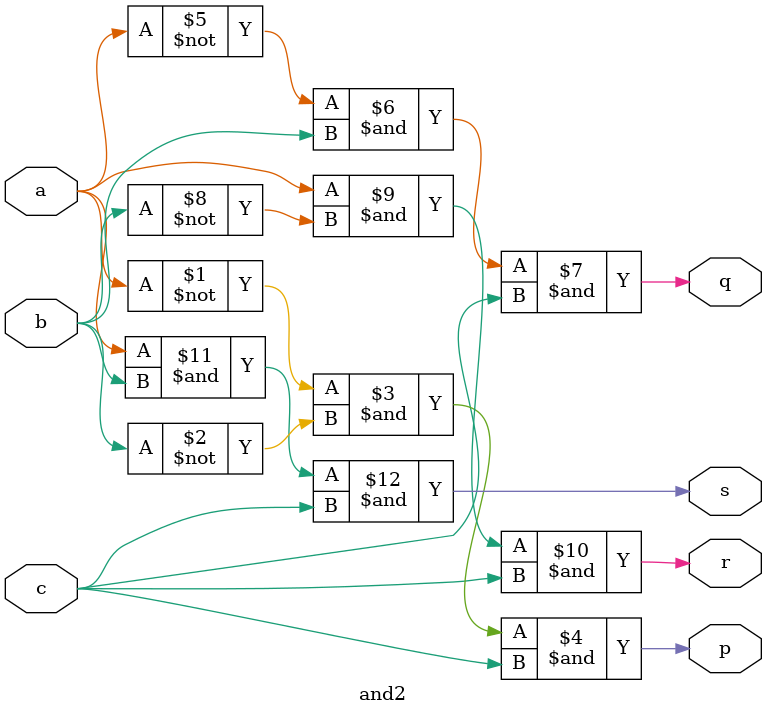
<source format=v>
module and2(input wire a, b, c, output wire p, q, r, s);
assign p = (~a)&(~b)&(c);
assign q = (~a)&(b)&(c);
assign r = (a)&(~b)&(c);
assign s = (a)&(b)&(c);
endmodule

</source>
